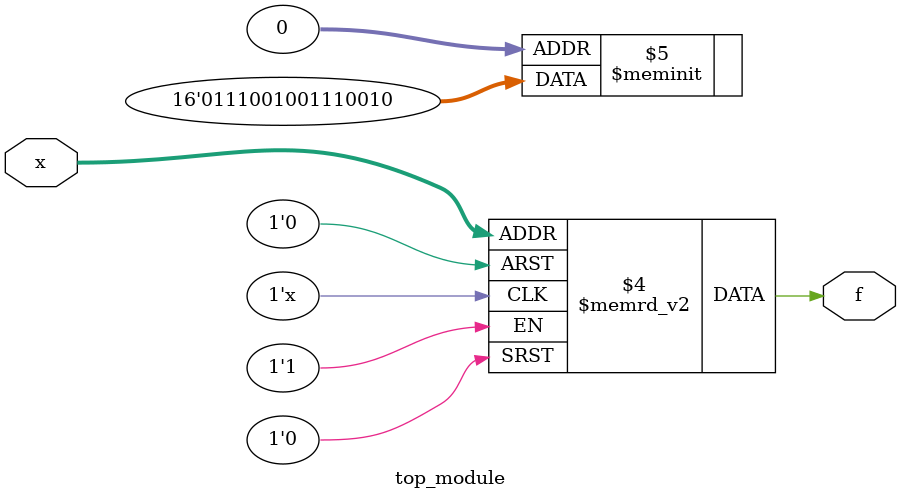
<source format=sv>
module top_module (
    input [4:1] x,
    output logic f
);

always_comb begin
    case (x)
        4'b0001, 4'b0101, 4'b1001, 4'b1101: f = 1'b1;
        4'b0010, 4'b0011, 4'b1010, 4'b1011: f = 1'b0;
        4'b0100, 4'b0110, 4'b1100, 4'b1110: f = 1'b1;
        4'b1111: f = 1'b0; // Changed output to 0 for 1111 input
        default: f = 1'b0; // Use don't-care as 0
    endcase
end

endmodule

</source>
